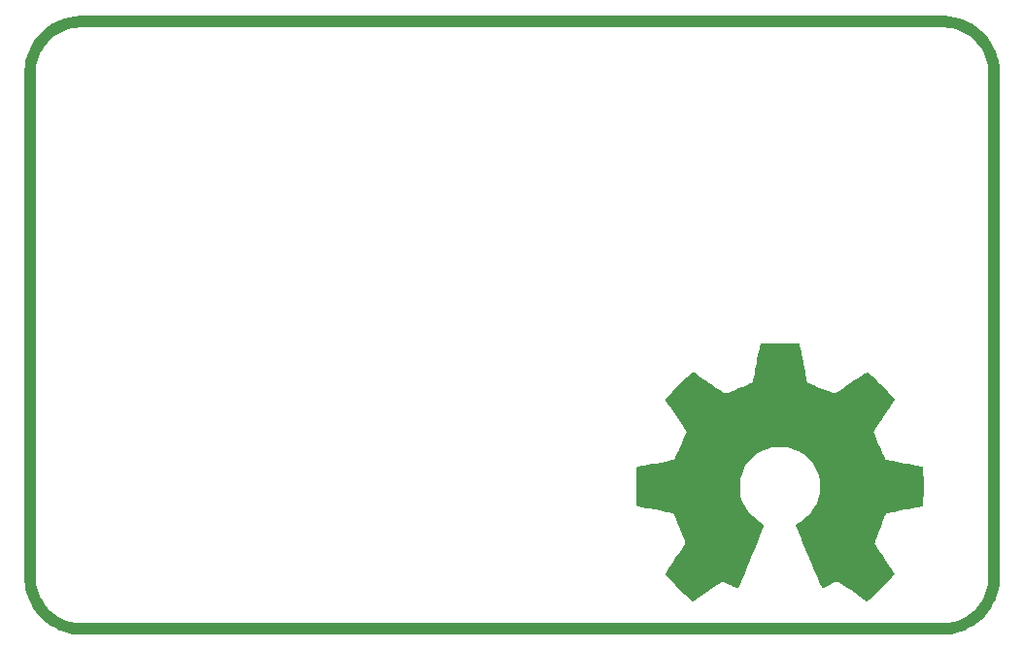
<source format=gbr>
%TF.GenerationSoftware,KiCad,Pcbnew,9.0.2*%
%TF.CreationDate,2025-10-11T19:40:46+02:00*%
%TF.ProjectId,Yet_Another_Business_Card,5965745f-416e-46f7-9468-65725f427573,rev?*%
%TF.SameCoordinates,Original*%
%TF.FileFunction,Soldermask,Bot*%
%TF.FilePolarity,Negative*%
%FSLAX46Y46*%
G04 Gerber Fmt 4.6, Leading zero omitted, Abs format (unit mm)*
G04 Created by KiCad (PCBNEW 9.0.2) date 2025-10-11 19:40:46*
%MOMM*%
%LPD*%
G01*
G04 APERTURE LIST*
%ADD10C,0.000000*%
G04 APERTURE END LIST*
D10*
%TO.C,G\u002A\u002A\u002A*%
G36*
X187482184Y-85882277D02*
G01*
X187847381Y-85884241D01*
X188140580Y-85887753D01*
X188368114Y-85893010D01*
X188536311Y-85900208D01*
X188651505Y-85909543D01*
X188720024Y-85921210D01*
X188747613Y-85934583D01*
X188764193Y-85986759D01*
X188793935Y-86112934D01*
X188834940Y-86303792D01*
X188885313Y-86550016D01*
X188943154Y-86842289D01*
X189006567Y-87171294D01*
X189073653Y-87527714D01*
X189089669Y-87614027D01*
X189158495Y-87979834D01*
X189224463Y-88318844D01*
X189285637Y-88621925D01*
X189340079Y-88879943D01*
X189385852Y-89083764D01*
X189421021Y-89224255D01*
X189443647Y-89292282D01*
X189446398Y-89296291D01*
X189504199Y-89330778D01*
X189628578Y-89390214D01*
X189806952Y-89469518D01*
X190026737Y-89563606D01*
X190275350Y-89667394D01*
X190540209Y-89775801D01*
X190808730Y-89883743D01*
X191068329Y-89986137D01*
X191306424Y-90077901D01*
X191510432Y-90153951D01*
X191667769Y-90209204D01*
X191765852Y-90238578D01*
X191787571Y-90242000D01*
X191863105Y-90216587D01*
X192003084Y-90141498D01*
X192204676Y-90018462D01*
X192465047Y-89849204D01*
X192772445Y-89641565D01*
X193179552Y-89362718D01*
X193522610Y-89128048D01*
X193807344Y-88933777D01*
X194039479Y-88776123D01*
X194224743Y-88651307D01*
X194368858Y-88555549D01*
X194477553Y-88485069D01*
X194556551Y-88436088D01*
X194611579Y-88404825D01*
X194648361Y-88387500D01*
X194672624Y-88380334D01*
X194684390Y-88379333D01*
X194730130Y-88408560D01*
X194826487Y-88490911D01*
X194965484Y-88618389D01*
X195139148Y-88783000D01*
X195339504Y-88976749D01*
X195558575Y-89191639D01*
X195788388Y-89419675D01*
X196020967Y-89652862D01*
X196248337Y-89883205D01*
X196462524Y-90102707D01*
X196655553Y-90303374D01*
X196819447Y-90477210D01*
X196946234Y-90616219D01*
X197027937Y-90712407D01*
X197056584Y-90757621D01*
X197033364Y-90812031D01*
X196968418Y-90924441D01*
X196868811Y-91083662D01*
X196741613Y-91278501D01*
X196593889Y-91497768D01*
X196535450Y-91582838D01*
X196202007Y-92066800D01*
X195917143Y-92482628D01*
X195680307Y-92831144D01*
X195490952Y-93113169D01*
X195348527Y-93329526D01*
X195252484Y-93481037D01*
X195202274Y-93568524D01*
X195193917Y-93590786D01*
X195209949Y-93639165D01*
X195255310Y-93755355D01*
X195325897Y-93929376D01*
X195417609Y-94151253D01*
X195526342Y-94411008D01*
X195647994Y-94698664D01*
X195691334Y-94800495D01*
X195844552Y-95155041D01*
X195979201Y-95456680D01*
X196092668Y-95699926D01*
X196182339Y-95879292D01*
X196245600Y-95989292D01*
X196273417Y-96022518D01*
X196333318Y-96042554D01*
X196466724Y-96075414D01*
X196663791Y-96119047D01*
X196914674Y-96171399D01*
X197209528Y-96230417D01*
X197538511Y-96294050D01*
X197891776Y-96360244D01*
X197903250Y-96362359D01*
X198255465Y-96428078D01*
X198582313Y-96490640D01*
X198874210Y-96548093D01*
X199121574Y-96598482D01*
X199314821Y-96639853D01*
X199444368Y-96670253D01*
X199500633Y-96687727D01*
X199501334Y-96688213D01*
X199515030Y-96739894D01*
X199526875Y-96864779D01*
X199536856Y-97051739D01*
X199544964Y-97289644D01*
X199551187Y-97567364D01*
X199555514Y-97873770D01*
X199557935Y-98197733D01*
X199558437Y-98528122D01*
X199557010Y-98853808D01*
X199553644Y-99163663D01*
X199548327Y-99446555D01*
X199541048Y-99691356D01*
X199531796Y-99886935D01*
X199520560Y-100022164D01*
X199507329Y-100085913D01*
X199504695Y-100088962D01*
X199453055Y-100103440D01*
X199327679Y-100131272D01*
X199138115Y-100170553D01*
X198893906Y-100219375D01*
X198604597Y-100275832D01*
X198279735Y-100338017D01*
X197928864Y-100404022D01*
X197909441Y-100407644D01*
X197557328Y-100474439D01*
X197230718Y-100538653D01*
X196939167Y-100598236D01*
X196692231Y-100651138D01*
X196499466Y-100695309D01*
X196370426Y-100728699D01*
X196314668Y-100749258D01*
X196313957Y-100749932D01*
X196286539Y-100801440D01*
X196232328Y-100921818D01*
X196155492Y-101101136D01*
X196060199Y-101329462D01*
X195950616Y-101596865D01*
X195830912Y-101893412D01*
X195768216Y-102050391D01*
X195625169Y-102412067D01*
X195512229Y-102703275D01*
X195426797Y-102931640D01*
X195366271Y-103104789D01*
X195328051Y-103230346D01*
X195309536Y-103315938D01*
X195308125Y-103369189D01*
X195312824Y-103385642D01*
X195348518Y-103446391D01*
X195424781Y-103564660D01*
X195533696Y-103728563D01*
X195667343Y-103926212D01*
X195817805Y-104145722D01*
X195855735Y-104200621D01*
X196035486Y-104460469D01*
X196225767Y-104735686D01*
X196411485Y-105004435D01*
X196577550Y-105244878D01*
X196696750Y-105417602D01*
X196819592Y-105601508D01*
X196922552Y-105766703D01*
X196996716Y-105898031D01*
X197033168Y-105980333D01*
X197035417Y-105993354D01*
X197006480Y-106039444D01*
X196924930Y-106136660D01*
X196798656Y-106276981D01*
X196635546Y-106452383D01*
X196443490Y-106654846D01*
X196230377Y-106876346D01*
X196004095Y-107108863D01*
X195772535Y-107344374D01*
X195543584Y-107574857D01*
X195325133Y-107792290D01*
X195125070Y-107988652D01*
X194951284Y-108155920D01*
X194811664Y-108286073D01*
X194714100Y-108371088D01*
X194666480Y-108402944D01*
X194665683Y-108402999D01*
X194616750Y-108379971D01*
X194511019Y-108316197D01*
X194360938Y-108219643D01*
X194178961Y-108098275D01*
X194027772Y-107994883D01*
X193589553Y-107692656D01*
X193215897Y-107436229D01*
X192902198Y-107222575D01*
X192643849Y-107048668D01*
X192436245Y-106911479D01*
X192274779Y-106807983D01*
X192154846Y-106735151D01*
X192071839Y-106689957D01*
X192021152Y-106669373D01*
X192007801Y-106667333D01*
X191942674Y-106686868D01*
X191819324Y-106740569D01*
X191653314Y-106821079D01*
X191460205Y-106921040D01*
X191380986Y-106963666D01*
X191181981Y-107069141D01*
X191004503Y-107158061D01*
X190863964Y-107223085D01*
X190775778Y-107256873D01*
X190758819Y-107259999D01*
X190737798Y-107246880D01*
X190706733Y-107204321D01*
X190663499Y-107127519D01*
X190605971Y-107011672D01*
X190532025Y-106851977D01*
X190439537Y-106643632D01*
X190326381Y-106381834D01*
X190190433Y-106061781D01*
X190029568Y-105678670D01*
X189841662Y-105227699D01*
X189624591Y-104704065D01*
X189574273Y-104582416D01*
X189387346Y-104130261D01*
X189209576Y-103700069D01*
X189043665Y-103298394D01*
X188892317Y-102931792D01*
X188758237Y-102606817D01*
X188644129Y-102330025D01*
X188552697Y-102107971D01*
X188486644Y-101947210D01*
X188448675Y-101854297D01*
X188440565Y-101834022D01*
X188431969Y-101798941D01*
X188440235Y-101763004D01*
X188474344Y-101717801D01*
X188543275Y-101654920D01*
X188656011Y-101565953D01*
X188821533Y-101442487D01*
X188992084Y-101317539D01*
X189414666Y-100975703D01*
X189760210Y-100620931D01*
X190036288Y-100243417D01*
X190250469Y-99833356D01*
X190359560Y-99546291D01*
X190497860Y-99002298D01*
X190552529Y-98461754D01*
X190524447Y-97929629D01*
X190414490Y-97410894D01*
X190223537Y-96910520D01*
X189952465Y-96433475D01*
X189764400Y-96176365D01*
X189451990Y-95844100D01*
X189075093Y-95544883D01*
X188651025Y-95289915D01*
X188197099Y-95090398D01*
X187973196Y-95017472D01*
X187679182Y-94956132D01*
X187334225Y-94921479D01*
X186967048Y-94913540D01*
X186606372Y-94932340D01*
X186280921Y-94977903D01*
X186122244Y-95015842D01*
X185614597Y-95204937D01*
X185146137Y-95464786D01*
X184723874Y-95788715D01*
X184354816Y-96170049D01*
X184045972Y-96602115D01*
X183804352Y-97078238D01*
X183720012Y-97303328D01*
X183659195Y-97494803D01*
X183617631Y-97659042D01*
X183590715Y-97824147D01*
X183573843Y-98018218D01*
X183562597Y-98264166D01*
X183556226Y-98521033D01*
X183559501Y-98720898D01*
X183574475Y-98891082D01*
X183603203Y-99058907D01*
X183631993Y-99187090D01*
X183789737Y-99696345D01*
X184010212Y-100158100D01*
X184297848Y-100578457D01*
X184657075Y-100963519D01*
X185092324Y-101319388D01*
X185268803Y-101441747D01*
X185423455Y-101548557D01*
X185550236Y-101643459D01*
X185633009Y-101713946D01*
X185656067Y-101741906D01*
X185643846Y-101789921D01*
X185601059Y-101910617D01*
X185529890Y-102098596D01*
X185432526Y-102348464D01*
X185311151Y-102654824D01*
X185167950Y-103012281D01*
X185005108Y-103415439D01*
X184824810Y-103858902D01*
X184629241Y-104337274D01*
X184420587Y-104845159D01*
X184201031Y-105377163D01*
X183972760Y-105927888D01*
X183737958Y-106491939D01*
X183562956Y-106910749D01*
X183481335Y-107092818D01*
X183417057Y-107203930D01*
X183363550Y-107254344D01*
X183339267Y-107259999D01*
X183275827Y-107240639D01*
X183153757Y-107187396D01*
X182988428Y-107107524D01*
X182795211Y-107008280D01*
X182711484Y-106963666D01*
X182511251Y-106858571D01*
X182332579Y-106769876D01*
X182190846Y-106704835D01*
X182101429Y-106670706D01*
X182083464Y-106667333D01*
X182031659Y-106690554D01*
X181918625Y-106756629D01*
X181752719Y-106860174D01*
X181542293Y-106995807D01*
X181295703Y-107158145D01*
X181021304Y-107341805D01*
X180736568Y-107535166D01*
X180444708Y-107733959D01*
X180174177Y-107916727D01*
X179933061Y-108078123D01*
X179729447Y-108212797D01*
X179571423Y-108315400D01*
X179467074Y-108380581D01*
X179424637Y-108402999D01*
X179386224Y-108374010D01*
X179294871Y-108291332D01*
X179157246Y-108161405D01*
X178980018Y-107990665D01*
X178769856Y-107785552D01*
X178533430Y-107552502D01*
X178277408Y-107297953D01*
X178207384Y-107227971D01*
X177948337Y-106967704D01*
X177709084Y-106725210D01*
X177496060Y-106507172D01*
X177315702Y-106320271D01*
X177174446Y-106171191D01*
X177078728Y-106066615D01*
X177034984Y-106013225D01*
X177032917Y-106008518D01*
X177055636Y-105958070D01*
X177117494Y-105853544D01*
X177209047Y-105710197D01*
X177320851Y-105543291D01*
X177320961Y-105543129D01*
X177432790Y-105379802D01*
X177580486Y-105164246D01*
X177752002Y-104914035D01*
X177935289Y-104646743D01*
X178118301Y-104379945D01*
X178169239Y-104305706D01*
X178331119Y-104068369D01*
X178478677Y-103849343D01*
X178604465Y-103659902D01*
X178701033Y-103511316D01*
X178760934Y-103414860D01*
X178775550Y-103388115D01*
X178785012Y-103350706D01*
X178782696Y-103296132D01*
X178765794Y-103215979D01*
X178731495Y-103101834D01*
X178676989Y-102945282D01*
X178599464Y-102737910D01*
X178496112Y-102471304D01*
X178364120Y-102137050D01*
X178323738Y-102035444D01*
X178200184Y-101727714D01*
X178084329Y-101444560D01*
X177980367Y-101195815D01*
X177892490Y-100991312D01*
X177824891Y-100840882D01*
X177781764Y-100754359D01*
X177770406Y-100737890D01*
X177717401Y-100719934D01*
X177590658Y-100688881D01*
X177399749Y-100646728D01*
X177154246Y-100595470D01*
X176863721Y-100537103D01*
X176537747Y-100473621D01*
X176185896Y-100407022D01*
X176161662Y-100402503D01*
X175730973Y-100320923D01*
X175361805Y-100248201D01*
X175058257Y-100185230D01*
X174824428Y-100132903D01*
X174664418Y-100092111D01*
X174582325Y-100063748D01*
X174572453Y-100056481D01*
X174564452Y-100002758D01*
X174557037Y-99873902D01*
X174550416Y-99679447D01*
X174544792Y-99428926D01*
X174540373Y-99131871D01*
X174537362Y-98797817D01*
X174535966Y-98436295D01*
X174535899Y-98360905D01*
X174535958Y-97943767D01*
X174536732Y-97603313D01*
X174538568Y-97331562D01*
X174541818Y-97120533D01*
X174546829Y-96962245D01*
X174553952Y-96848717D01*
X174563535Y-96771966D01*
X174575929Y-96724012D01*
X174591481Y-96696874D01*
X174609334Y-96683191D01*
X174666733Y-96666888D01*
X174797694Y-96637465D01*
X174992467Y-96596873D01*
X175241299Y-96547063D01*
X175534438Y-96489985D01*
X175862133Y-96427592D01*
X176214632Y-96361832D01*
X176228584Y-96359257D01*
X176690507Y-96272703D01*
X177071279Y-96198446D01*
X177373434Y-96135931D01*
X177599508Y-96084603D01*
X177752033Y-96043906D01*
X177833545Y-96013285D01*
X177845636Y-96004972D01*
X177879811Y-95949810D01*
X177941070Y-95828684D01*
X178024143Y-95653670D01*
X178123759Y-95436843D01*
X178234648Y-95190279D01*
X178351539Y-94926054D01*
X178469161Y-94656243D01*
X178582244Y-94392922D01*
X178685518Y-94148166D01*
X178773711Y-93934052D01*
X178841553Y-93762654D01*
X178883774Y-93646050D01*
X178895584Y-93599389D01*
X178893065Y-93578295D01*
X178882878Y-93548932D01*
X178861083Y-93505317D01*
X178823738Y-93441467D01*
X178766899Y-93351402D01*
X178686627Y-93229138D01*
X178578977Y-93068692D01*
X178440010Y-92864084D01*
X178265782Y-92609330D01*
X178052352Y-92298449D01*
X177795778Y-91925457D01*
X177720800Y-91816529D01*
X177547789Y-91564163D01*
X177390257Y-91332401D01*
X177254744Y-91131025D01*
X177147795Y-90969820D01*
X177075951Y-90858569D01*
X177045754Y-90807057D01*
X177045709Y-90806940D01*
X177062136Y-90764980D01*
X177128218Y-90677820D01*
X177246014Y-90543237D01*
X177417584Y-90359010D01*
X177644989Y-90122917D01*
X177930287Y-89832736D01*
X178201254Y-89560495D01*
X178462596Y-89300464D01*
X178706791Y-89060248D01*
X178927090Y-88846284D01*
X179116741Y-88665005D01*
X179268995Y-88522846D01*
X179377101Y-88426244D01*
X179434310Y-88381632D01*
X179440258Y-88379333D01*
X179501336Y-88402560D01*
X179608526Y-88463855D01*
X179740095Y-88550637D01*
X179758041Y-88563267D01*
X180145898Y-88836385D01*
X180521924Y-89097492D01*
X180879592Y-89342304D01*
X181212379Y-89566537D01*
X181513759Y-89765908D01*
X181777206Y-89936135D01*
X181996195Y-90072933D01*
X182164200Y-90172019D01*
X182274697Y-90229110D01*
X182315166Y-90241808D01*
X182389039Y-90225623D01*
X182526529Y-90180647D01*
X182715093Y-90112061D01*
X182942187Y-90025044D01*
X183195269Y-89924778D01*
X183461795Y-89816441D01*
X183729221Y-89705216D01*
X183985005Y-89596281D01*
X184216602Y-89494817D01*
X184411470Y-89406005D01*
X184557065Y-89335024D01*
X184640844Y-89287055D01*
X184653844Y-89275961D01*
X184678886Y-89212888D01*
X184716421Y-89071823D01*
X184765258Y-88858327D01*
X184824205Y-88577963D01*
X184892072Y-88236292D01*
X184967665Y-87838874D01*
X185005389Y-87635152D01*
X185071421Y-87278758D01*
X185134180Y-86945847D01*
X185191725Y-86646278D01*
X185242118Y-86389912D01*
X185283417Y-86186609D01*
X185313684Y-86046230D01*
X185330977Y-85978634D01*
X185331638Y-85976917D01*
X185370769Y-85881667D01*
X187038660Y-85881667D01*
X187482184Y-85882277D01*
G37*
%TD*%
G36*
X201200642Y-57300007D02*
G01*
X201413471Y-57302328D01*
X201422926Y-57302793D01*
X201847549Y-57339943D01*
X201858274Y-57341355D01*
X202277376Y-57415253D01*
X202287938Y-57417594D01*
X202699019Y-57527743D01*
X202709335Y-57530996D01*
X203109240Y-57676549D01*
X203119235Y-57680689D01*
X203504937Y-57860545D01*
X203514532Y-57865540D01*
X203883083Y-58078323D01*
X203892207Y-58084135D01*
X204240820Y-58328237D01*
X204249402Y-58334822D01*
X204575420Y-58608383D01*
X204583395Y-58615692D01*
X204884307Y-58916604D01*
X204891616Y-58924579D01*
X205165177Y-59250597D01*
X205171762Y-59259179D01*
X205415864Y-59607792D01*
X205421676Y-59616916D01*
X205634459Y-59985467D01*
X205639454Y-59995062D01*
X205819310Y-60380764D01*
X205823450Y-60390759D01*
X205969003Y-60790664D01*
X205972256Y-60800980D01*
X206082405Y-61212061D01*
X206084746Y-61222623D01*
X206158644Y-61641725D01*
X206160056Y-61652450D01*
X206197206Y-62077073D01*
X206197671Y-62086527D01*
X206199993Y-62299357D01*
X206200000Y-62300710D01*
X206200000Y-106299289D01*
X206199993Y-106300642D01*
X206197671Y-106513472D01*
X206197206Y-106522926D01*
X206160056Y-106947549D01*
X206158644Y-106958274D01*
X206084746Y-107377376D01*
X206082405Y-107387938D01*
X205972256Y-107799019D01*
X205969003Y-107809335D01*
X205823450Y-108209240D01*
X205819310Y-108219235D01*
X205639454Y-108604937D01*
X205634459Y-108614532D01*
X205421676Y-108983083D01*
X205415864Y-108992207D01*
X205171762Y-109340820D01*
X205165177Y-109349402D01*
X204891616Y-109675420D01*
X204884307Y-109683395D01*
X204583395Y-109984307D01*
X204575420Y-109991616D01*
X204249402Y-110265177D01*
X204240820Y-110271762D01*
X203892207Y-110515864D01*
X203883083Y-110521676D01*
X203514532Y-110734459D01*
X203504937Y-110739454D01*
X203119235Y-110919310D01*
X203109240Y-110923450D01*
X202709335Y-111069003D01*
X202699019Y-111072256D01*
X202287938Y-111182405D01*
X202277376Y-111184746D01*
X201858274Y-111258644D01*
X201847549Y-111260056D01*
X201422926Y-111297206D01*
X201413472Y-111297671D01*
X201200643Y-111299993D01*
X201199290Y-111300000D01*
X126200710Y-111300000D01*
X126199357Y-111299993D01*
X125986527Y-111297671D01*
X125977073Y-111297206D01*
X125552450Y-111260056D01*
X125541725Y-111258644D01*
X125122623Y-111184746D01*
X125112061Y-111182405D01*
X124700980Y-111072256D01*
X124690664Y-111069003D01*
X124290759Y-110923450D01*
X124280764Y-110919310D01*
X123895062Y-110739454D01*
X123885467Y-110734459D01*
X123516916Y-110521676D01*
X123507792Y-110515864D01*
X123159179Y-110271762D01*
X123150597Y-110265177D01*
X122824579Y-109991616D01*
X122816604Y-109984307D01*
X122515692Y-109683395D01*
X122508383Y-109675420D01*
X122234822Y-109349402D01*
X122228237Y-109340820D01*
X121984135Y-108992207D01*
X121978323Y-108983083D01*
X121765540Y-108614532D01*
X121760545Y-108604937D01*
X121580689Y-108219235D01*
X121576549Y-108209240D01*
X121430996Y-107809335D01*
X121427743Y-107799019D01*
X121317594Y-107387938D01*
X121315253Y-107377376D01*
X121241355Y-106958274D01*
X121239943Y-106947549D01*
X121202793Y-106522926D01*
X121202328Y-106513471D01*
X121200007Y-106300641D01*
X121200000Y-106299289D01*
X121200000Y-62300710D01*
X121200004Y-62299988D01*
X122200000Y-62299988D01*
X122200000Y-106300011D01*
X122202349Y-106496392D01*
X122240847Y-106887282D01*
X122317476Y-107272517D01*
X122431496Y-107648393D01*
X122581809Y-108011280D01*
X122581811Y-108011285D01*
X122766958Y-108357670D01*
X122766969Y-108357688D01*
X122985178Y-108684261D01*
X122985188Y-108684275D01*
X123234367Y-108987901D01*
X123512098Y-109265632D01*
X123815724Y-109514811D01*
X123815738Y-109514821D01*
X124142311Y-109733030D01*
X124142329Y-109733041D01*
X124488714Y-109918188D01*
X124488719Y-109918190D01*
X124851606Y-110068503D01*
X125227482Y-110182523D01*
X125612717Y-110259152D01*
X126003607Y-110297650D01*
X126199989Y-110300000D01*
X201200011Y-110300000D01*
X201396392Y-110297650D01*
X201787282Y-110259152D01*
X202172517Y-110182523D01*
X202548393Y-110068503D01*
X202911280Y-109918190D01*
X202911285Y-109918188D01*
X203257670Y-109733041D01*
X203257688Y-109733030D01*
X203584261Y-109514821D01*
X203584275Y-109514811D01*
X203887901Y-109265632D01*
X204165632Y-108987901D01*
X204414811Y-108684275D01*
X204414821Y-108684261D01*
X204633030Y-108357688D01*
X204633041Y-108357670D01*
X204818188Y-108011285D01*
X204818190Y-108011280D01*
X204968503Y-107648393D01*
X205082523Y-107272517D01*
X205159152Y-106887282D01*
X205197650Y-106496392D01*
X205200000Y-106300011D01*
X205200000Y-62299988D01*
X205197650Y-62103607D01*
X205159152Y-61712717D01*
X205082523Y-61327482D01*
X204968503Y-60951606D01*
X204818190Y-60588719D01*
X204818188Y-60588714D01*
X204633041Y-60242329D01*
X204633030Y-60242311D01*
X204414821Y-59915738D01*
X204414811Y-59915724D01*
X204165632Y-59612098D01*
X203887901Y-59334367D01*
X203584275Y-59085188D01*
X203584261Y-59085178D01*
X203257688Y-58866969D01*
X203257670Y-58866958D01*
X202911285Y-58681811D01*
X202911280Y-58681809D01*
X202548393Y-58531496D01*
X202172517Y-58417476D01*
X201787282Y-58340847D01*
X201396392Y-58302349D01*
X201200011Y-58300000D01*
X126199989Y-58300000D01*
X126003607Y-58302349D01*
X125612717Y-58340847D01*
X125227482Y-58417476D01*
X124851606Y-58531496D01*
X124488719Y-58681809D01*
X124488714Y-58681811D01*
X124142329Y-58866958D01*
X124142311Y-58866969D01*
X123815738Y-59085178D01*
X123815724Y-59085188D01*
X123512098Y-59334367D01*
X123234367Y-59612098D01*
X122985188Y-59915724D01*
X122985178Y-59915738D01*
X122766969Y-60242311D01*
X122766958Y-60242329D01*
X122581811Y-60588714D01*
X122581809Y-60588719D01*
X122431496Y-60951606D01*
X122317476Y-61327482D01*
X122240847Y-61712717D01*
X122202349Y-62103607D01*
X122200000Y-62299988D01*
X121200004Y-62299988D01*
X121200007Y-62299358D01*
X121202328Y-62086528D01*
X121202793Y-62077073D01*
X121239943Y-61652450D01*
X121241355Y-61641725D01*
X121315253Y-61222623D01*
X121317594Y-61212061D01*
X121427743Y-60800980D01*
X121430996Y-60790664D01*
X121576549Y-60390759D01*
X121580689Y-60380764D01*
X121760545Y-59995062D01*
X121765540Y-59985467D01*
X121978323Y-59616916D01*
X121984135Y-59607792D01*
X122228237Y-59259179D01*
X122234822Y-59250597D01*
X122508383Y-58924579D01*
X122515692Y-58916604D01*
X122816604Y-58615692D01*
X122824579Y-58608383D01*
X123150597Y-58334822D01*
X123159179Y-58328237D01*
X123507792Y-58084135D01*
X123516916Y-58078323D01*
X123885467Y-57865540D01*
X123895062Y-57860545D01*
X124280764Y-57680689D01*
X124290759Y-57676549D01*
X124690664Y-57530996D01*
X124700980Y-57527743D01*
X125112061Y-57417594D01*
X125122623Y-57415253D01*
X125541725Y-57341355D01*
X125552450Y-57339943D01*
X125977073Y-57302793D01*
X125986528Y-57302328D01*
X126199358Y-57300007D01*
X126200710Y-57300000D01*
X201199290Y-57300000D01*
X201200642Y-57300007D01*
G37*
M02*

</source>
